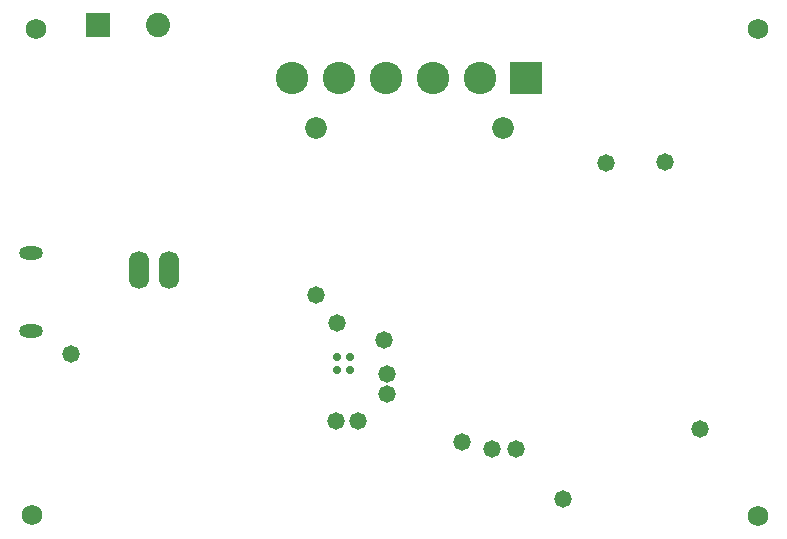
<source format=gbs>
G04*
G04 #@! TF.GenerationSoftware,Altium Limited,Altium Designer,19.1.5 (86)*
G04*
G04 Layer_Color=16711935*
%FSLAX25Y25*%
%MOIN*%
G70*
G01*
G75*
%ADD43O,0.06737X0.12674*%
%ADD44C,0.07217*%
%ADD45R,0.10839X0.10839*%
%ADD46C,0.10839*%
%ADD47R,0.08083X0.08083*%
%ADD48C,0.08083*%
%ADD49O,0.07887X0.04343*%
%ADD50C,0.02769*%
%ADD51C,0.06800*%
%ADD52C,0.05800*%
D43*
X52321Y89867D02*
D03*
X42479D02*
D03*
D44*
X163705Y137207D02*
D03*
X101342D02*
D03*
D45*
X171500Y153900D02*
D03*
D46*
X155909D02*
D03*
X140319D02*
D03*
X124728D02*
D03*
X109138D02*
D03*
X93547D02*
D03*
D47*
X28800Y171500D02*
D03*
D48*
X48800D02*
D03*
D49*
X6268Y69708D02*
D03*
Y95692D02*
D03*
D50*
Y69708D02*
D03*
Y95692D02*
D03*
X108335Y56435D02*
D03*
Y60765D02*
D03*
X112665Y56435D02*
D03*
Y60765D02*
D03*
D51*
X8200Y170200D02*
D03*
X248800Y170100D02*
D03*
X6800Y8100D02*
D03*
X248600Y7900D02*
D03*
D52*
X183600Y13400D02*
D03*
X229500Y37000D02*
D03*
X19900Y61800D02*
D03*
X198100Y125700D02*
D03*
X217600Y125800D02*
D03*
X150000Y32600D02*
D03*
X124000Y66600D02*
D03*
X168000Y30100D02*
D03*
X160000D02*
D03*
X101500Y81600D02*
D03*
X108500Y72100D02*
D03*
X125000Y55100D02*
D03*
Y48600D02*
D03*
X108000Y39600D02*
D03*
X115500D02*
D03*
M02*

</source>
